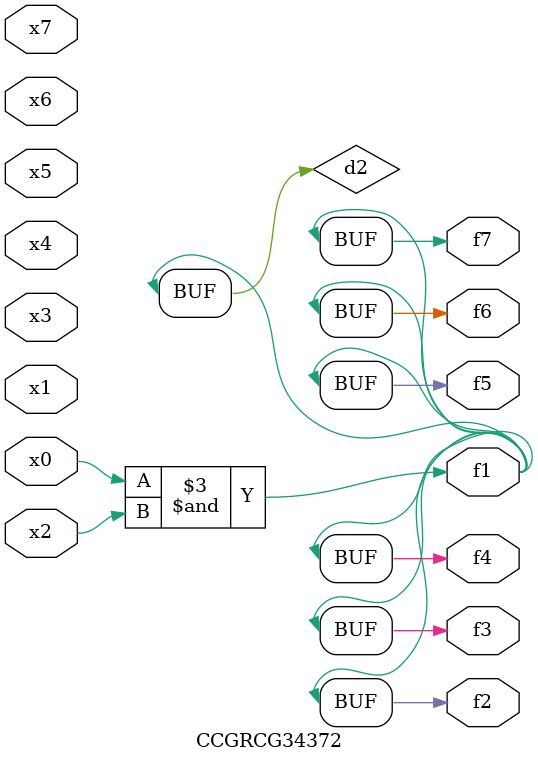
<source format=v>
module CCGRCG34372(
	input x0, x1, x2, x3, x4, x5, x6, x7,
	output f1, f2, f3, f4, f5, f6, f7
);

	wire d1, d2;

	nor (d1, x3, x6);
	and (d2, x0, x2);
	assign f1 = d2;
	assign f2 = d2;
	assign f3 = d2;
	assign f4 = d2;
	assign f5 = d2;
	assign f6 = d2;
	assign f7 = d2;
endmodule

</source>
